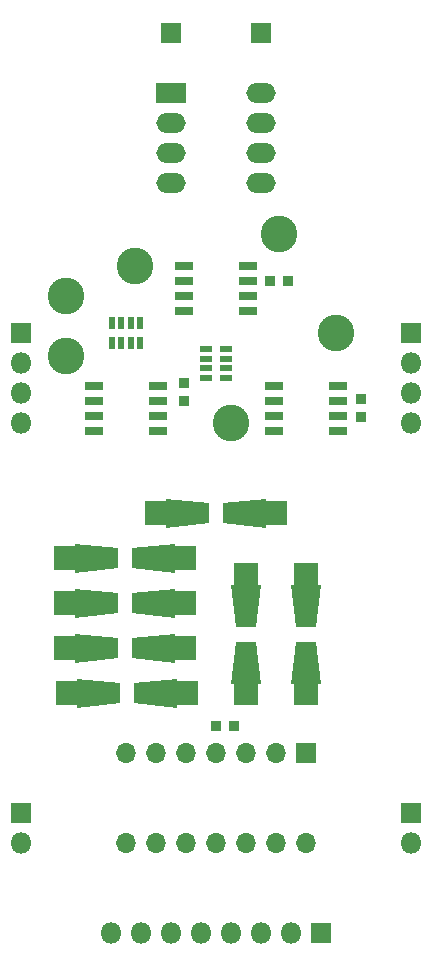
<source format=gbr>
%TF.GenerationSoftware,KiCad,Pcbnew,(5.1.6)-1*%
%TF.CreationDate,2020-07-04T17:27:32+02:00*%
%TF.ProjectId,MP0002 Instrumentation Amplifier,4d503030-3032-4204-996e-737472756d65,1.0*%
%TF.SameCoordinates,Original*%
%TF.FileFunction,Soldermask,Top*%
%TF.FilePolarity,Negative*%
%FSLAX46Y46*%
G04 Gerber Fmt 4.6, Leading zero omitted, Abs format (unit mm)*
G04 Created by KiCad (PCBNEW (5.1.6)-1) date 2020-07-04 17:27:32*
%MOMM*%
%LPD*%
G01*
G04 APERTURE LIST*
%ADD10R,1.800000X1.800000*%
%ADD11O,1.800000X1.800000*%
%ADD12C,3.100000*%
%ADD13R,1.650000X0.700000*%
%ADD14R,1.700000X1.700000*%
%ADD15O,1.700000X1.700000*%
%ADD16R,0.500000X1.000000*%
%ADD17R,1.000000X0.500000*%
%ADD18C,0.100000*%
%ADD19R,2.098980X2.098980*%
%ADD20R,2.500000X1.700000*%
%ADD21O,2.500000X1.700000*%
%ADD22R,0.900000X0.850000*%
%ADD23R,0.850000X0.900000*%
G04 APERTURE END LIST*
D10*
%TO.C,J8*%
X119380000Y-142240000D03*
D11*
X119380000Y-144780000D03*
%TD*%
D10*
%TO.C,J7*%
X152400000Y-142240000D03*
D11*
X152400000Y-144780000D03*
%TD*%
D10*
%TO.C,J6*%
X139700000Y-76200000D03*
%TD*%
%TO.C,J5*%
X132080000Y-76200000D03*
%TD*%
%TO.C,J4*%
X144780000Y-152400000D03*
D11*
X142240000Y-152400000D03*
X139700000Y-152400000D03*
X137160000Y-152400000D03*
X134620000Y-152400000D03*
X132080000Y-152400000D03*
X129540000Y-152400000D03*
X127000000Y-152400000D03*
%TD*%
D10*
%TO.C,J3*%
X152400000Y-101600000D03*
D11*
X152400000Y-104140000D03*
X152400000Y-106680000D03*
X152400000Y-109220000D03*
%TD*%
D12*
%TO.C,TP6*%
X123190000Y-98425000D03*
%TD*%
%TO.C,TP5*%
X123190000Y-103505000D03*
%TD*%
%TO.C,TP4*%
X141224000Y-93218000D03*
%TD*%
%TO.C,TP3*%
X129032000Y-95885000D03*
%TD*%
%TO.C,TP2*%
X137160000Y-109220000D03*
%TD*%
%TO.C,TP1*%
X146050000Y-101600000D03*
%TD*%
D13*
%TO.C,U3*%
X125570000Y-106045000D03*
X125570000Y-107315000D03*
X125570000Y-108585000D03*
X125570000Y-109855000D03*
X130970000Y-109855000D03*
X130970000Y-108585000D03*
X130970000Y-107315000D03*
X130970000Y-106045000D03*
%TD*%
%TO.C,U4*%
X133190000Y-95885000D03*
X133190000Y-97155000D03*
X133190000Y-98425000D03*
X133190000Y-99695000D03*
X138590000Y-99695000D03*
X138590000Y-98425000D03*
X138590000Y-97155000D03*
X138590000Y-95885000D03*
%TD*%
%TO.C,U2*%
X140810000Y-106045000D03*
X140810000Y-107315000D03*
X140810000Y-108585000D03*
X140810000Y-109855000D03*
X146210000Y-109855000D03*
X146210000Y-108585000D03*
X146210000Y-107315000D03*
X146210000Y-106045000D03*
%TD*%
D14*
%TO.C,U1*%
X143510000Y-137160000D03*
D15*
X128270000Y-144780000D03*
X140970000Y-137160000D03*
X130810000Y-144780000D03*
X138430000Y-137160000D03*
X133350000Y-144780000D03*
X135890000Y-137160000D03*
X135890000Y-144780000D03*
X133350000Y-137160000D03*
X138430000Y-144780000D03*
X130810000Y-137160000D03*
X140970000Y-144780000D03*
X128270000Y-137160000D03*
X143510000Y-144780000D03*
%TD*%
D16*
%TO.C,RN2*%
X128670000Y-100750000D03*
X127870000Y-100750000D03*
X129470000Y-100750000D03*
X127070000Y-100750000D03*
X129470000Y-102450000D03*
X128670000Y-102450000D03*
X127870000Y-102450000D03*
X127070000Y-102450000D03*
%TD*%
D17*
%TO.C,RN1*%
X136740000Y-104540000D03*
X136740000Y-103740000D03*
X136740000Y-105340000D03*
X136740000Y-102940000D03*
X135040000Y-105340000D03*
X135040000Y-104540000D03*
X135040000Y-103740000D03*
X135040000Y-102940000D03*
%TD*%
D18*
%TO.C,R7*%
G36*
X123978200Y-121904900D02*
G01*
X123978200Y-119395100D01*
X127578320Y-119805274D01*
X127578320Y-121494726D01*
X123978200Y-121904900D01*
G37*
G36*
X132404320Y-119395100D02*
G01*
X132404320Y-121904900D01*
X128804200Y-121494726D01*
X128804200Y-119805274D01*
X132404320Y-119395100D01*
G37*
D19*
X123190000Y-120650000D03*
X133192520Y-120650000D03*
%TD*%
D18*
%TO.C,R6*%
G36*
X132404320Y-123205100D02*
G01*
X132404320Y-125714900D01*
X128804200Y-125304726D01*
X128804200Y-123615274D01*
X132404320Y-123205100D01*
G37*
G36*
X123978200Y-125714900D02*
G01*
X123978200Y-123205100D01*
X127578320Y-123615274D01*
X127578320Y-125304726D01*
X123978200Y-125714900D01*
G37*
D19*
X133192520Y-124460000D03*
X123190000Y-124460000D03*
%TD*%
D18*
%TO.C,R5*%
G36*
X137175100Y-122865680D02*
G01*
X139684900Y-122865680D01*
X139274726Y-126465800D01*
X137585274Y-126465800D01*
X137175100Y-122865680D01*
G37*
G36*
X139684900Y-131291800D02*
G01*
X137175100Y-131291800D01*
X137585274Y-127691680D01*
X139274726Y-127691680D01*
X139684900Y-131291800D01*
G37*
D19*
X138430000Y-122077480D03*
X138430000Y-132080000D03*
%TD*%
D18*
%TO.C,R4*%
G36*
X140103060Y-115585100D02*
G01*
X140103060Y-118094900D01*
X136502940Y-117684726D01*
X136502940Y-115995274D01*
X140103060Y-115585100D01*
G37*
G36*
X131676940Y-118094900D02*
G01*
X131676940Y-115585100D01*
X135277060Y-115995274D01*
X135277060Y-117684726D01*
X131676940Y-118094900D01*
G37*
D19*
X140891260Y-116840000D03*
X130888740Y-116840000D03*
%TD*%
D18*
%TO.C,R3*%
G36*
X142255100Y-122865680D02*
G01*
X144764900Y-122865680D01*
X144354726Y-126465800D01*
X142665274Y-126465800D01*
X142255100Y-122865680D01*
G37*
G36*
X144764900Y-131291800D02*
G01*
X142255100Y-131291800D01*
X142665274Y-127691680D01*
X144354726Y-127691680D01*
X144764900Y-131291800D01*
G37*
D19*
X143510000Y-122077480D03*
X143510000Y-132080000D03*
%TD*%
D18*
%TO.C,R2*%
G36*
X132404320Y-127015100D02*
G01*
X132404320Y-129524900D01*
X128804200Y-129114726D01*
X128804200Y-127425274D01*
X132404320Y-127015100D01*
G37*
G36*
X123978200Y-129524900D02*
G01*
X123978200Y-127015100D01*
X127578320Y-127425274D01*
X127578320Y-129114726D01*
X123978200Y-129524900D01*
G37*
D19*
X133192520Y-128270000D03*
X123190000Y-128270000D03*
%TD*%
D18*
%TO.C,R1*%
G36*
X132561800Y-130825100D02*
G01*
X132561800Y-133334900D01*
X128961680Y-132924726D01*
X128961680Y-131235274D01*
X132561800Y-130825100D01*
G37*
G36*
X124135680Y-133334900D02*
G01*
X124135680Y-130825100D01*
X127735800Y-131235274D01*
X127735800Y-132924726D01*
X124135680Y-133334900D01*
G37*
D19*
X133350000Y-132080000D03*
X123347480Y-132080000D03*
%TD*%
D20*
%TO.C,J2*%
X132080000Y-81280000D03*
D21*
X139700000Y-88900000D03*
X132080000Y-83820000D03*
X139700000Y-86360000D03*
X132080000Y-86360000D03*
X139700000Y-83820000D03*
X132080000Y-88900000D03*
X139700000Y-81280000D03*
%TD*%
D10*
%TO.C,J1*%
X119380000Y-101600000D03*
D11*
X119380000Y-104140000D03*
X119380000Y-106680000D03*
X119380000Y-109220000D03*
%TD*%
D22*
%TO.C,C4*%
X141974000Y-97155000D03*
X140474000Y-97155000D03*
%TD*%
D23*
%TO.C,C3*%
X133223000Y-105803000D03*
X133223000Y-107303000D03*
%TD*%
%TO.C,C2*%
X148209000Y-108700000D03*
X148209000Y-107200000D03*
%TD*%
D22*
%TO.C,C1*%
X137402000Y-134874000D03*
X135902000Y-134874000D03*
%TD*%
M02*

</source>
